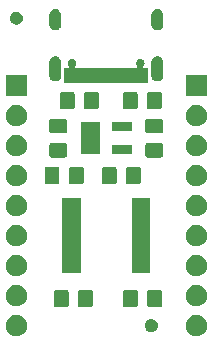
<source format=gbr>
%TF.GenerationSoftware,KiCad,Pcbnew,(5.1.5-0-10_14)*%
%TF.CreationDate,2020-02-16T20:03:40+10:00*%
%TF.ProjectId,turtleboard,74757274-6c65-4626-9f61-72642e6b6963,rev?*%
%TF.SameCoordinates,Original*%
%TF.FileFunction,Soldermask,Top*%
%TF.FilePolarity,Negative*%
%FSLAX46Y46*%
G04 Gerber Fmt 4.6, Leading zero omitted, Abs format (unit mm)*
G04 Created by KiCad (PCBNEW (5.1.5-0-10_14)) date 2020-02-16 20:03:40*
%MOMM*%
%LPD*%
G04 APERTURE LIST*
%ADD10C,0.100000*%
G04 APERTURE END LIST*
D10*
G36*
X210933512Y-121023927D02*
G01*
X211082812Y-121053624D01*
X211246784Y-121121544D01*
X211394354Y-121220147D01*
X211519853Y-121345646D01*
X211618456Y-121493216D01*
X211686376Y-121657188D01*
X211721000Y-121831259D01*
X211721000Y-122008741D01*
X211686376Y-122182812D01*
X211618456Y-122346784D01*
X211519853Y-122494354D01*
X211394354Y-122619853D01*
X211246784Y-122718456D01*
X211082812Y-122786376D01*
X210933512Y-122816073D01*
X210908742Y-122821000D01*
X210731258Y-122821000D01*
X210706488Y-122816073D01*
X210557188Y-122786376D01*
X210393216Y-122718456D01*
X210245646Y-122619853D01*
X210120147Y-122494354D01*
X210021544Y-122346784D01*
X209953624Y-122182812D01*
X209919000Y-122008741D01*
X209919000Y-121831259D01*
X209953624Y-121657188D01*
X210021544Y-121493216D01*
X210120147Y-121345646D01*
X210245646Y-121220147D01*
X210393216Y-121121544D01*
X210557188Y-121053624D01*
X210706488Y-121023927D01*
X210731258Y-121019000D01*
X210908742Y-121019000D01*
X210933512Y-121023927D01*
G37*
G36*
X195693512Y-121023927D02*
G01*
X195842812Y-121053624D01*
X196006784Y-121121544D01*
X196154354Y-121220147D01*
X196279853Y-121345646D01*
X196378456Y-121493216D01*
X196446376Y-121657188D01*
X196481000Y-121831259D01*
X196481000Y-122008741D01*
X196446376Y-122182812D01*
X196378456Y-122346784D01*
X196279853Y-122494354D01*
X196154354Y-122619853D01*
X196006784Y-122718456D01*
X195842812Y-122786376D01*
X195693512Y-122816073D01*
X195668742Y-122821000D01*
X195491258Y-122821000D01*
X195466488Y-122816073D01*
X195317188Y-122786376D01*
X195153216Y-122718456D01*
X195005646Y-122619853D01*
X194880147Y-122494354D01*
X194781544Y-122346784D01*
X194713624Y-122182812D01*
X194679000Y-122008741D01*
X194679000Y-121831259D01*
X194713624Y-121657188D01*
X194781544Y-121493216D01*
X194880147Y-121345646D01*
X195005646Y-121220147D01*
X195153216Y-121121544D01*
X195317188Y-121053624D01*
X195466488Y-121023927D01*
X195491258Y-121019000D01*
X195668742Y-121019000D01*
X195693512Y-121023927D01*
G37*
G36*
X207170721Y-121390174D02*
G01*
X207270995Y-121431709D01*
X207270996Y-121431710D01*
X207361242Y-121492010D01*
X207437990Y-121568758D01*
X207437991Y-121568760D01*
X207498291Y-121659005D01*
X207539826Y-121759279D01*
X207561000Y-121865730D01*
X207561000Y-121974270D01*
X207539826Y-122080721D01*
X207498291Y-122180995D01*
X207497077Y-122182812D01*
X207437990Y-122271242D01*
X207361242Y-122347990D01*
X207315812Y-122378345D01*
X207270995Y-122408291D01*
X207170721Y-122449826D01*
X207064270Y-122471000D01*
X206955730Y-122471000D01*
X206849279Y-122449826D01*
X206749005Y-122408291D01*
X206704188Y-122378345D01*
X206658758Y-122347990D01*
X206582010Y-122271242D01*
X206522923Y-122182812D01*
X206521709Y-122180995D01*
X206480174Y-122080721D01*
X206459000Y-121974270D01*
X206459000Y-121865730D01*
X206480174Y-121759279D01*
X206521709Y-121659005D01*
X206582009Y-121568760D01*
X206582010Y-121568758D01*
X206658758Y-121492010D01*
X206749004Y-121431710D01*
X206749005Y-121431709D01*
X206849279Y-121390174D01*
X206955730Y-121369000D01*
X207064270Y-121369000D01*
X207170721Y-121390174D01*
G37*
G36*
X199844674Y-118887465D02*
G01*
X199882367Y-118898899D01*
X199917103Y-118917466D01*
X199947548Y-118942452D01*
X199972534Y-118972897D01*
X199991101Y-119007633D01*
X200002535Y-119045326D01*
X200007000Y-119090661D01*
X200007000Y-120177339D01*
X200002535Y-120222674D01*
X199991101Y-120260367D01*
X199972534Y-120295103D01*
X199947548Y-120325548D01*
X199917103Y-120350534D01*
X199882367Y-120369101D01*
X199844674Y-120380535D01*
X199799339Y-120385000D01*
X198962661Y-120385000D01*
X198917326Y-120380535D01*
X198879633Y-120369101D01*
X198844897Y-120350534D01*
X198814452Y-120325548D01*
X198789466Y-120295103D01*
X198770899Y-120260367D01*
X198759465Y-120222674D01*
X198755000Y-120177339D01*
X198755000Y-119090661D01*
X198759465Y-119045326D01*
X198770899Y-119007633D01*
X198789466Y-118972897D01*
X198814452Y-118942452D01*
X198844897Y-118917466D01*
X198879633Y-118898899D01*
X198917326Y-118887465D01*
X198962661Y-118883000D01*
X199799339Y-118883000D01*
X199844674Y-118887465D01*
G37*
G36*
X207745674Y-118887465D02*
G01*
X207783367Y-118898899D01*
X207818103Y-118917466D01*
X207848548Y-118942452D01*
X207873534Y-118972897D01*
X207892101Y-119007633D01*
X207903535Y-119045326D01*
X207908000Y-119090661D01*
X207908000Y-120177339D01*
X207903535Y-120222674D01*
X207892101Y-120260367D01*
X207873534Y-120295103D01*
X207848548Y-120325548D01*
X207818103Y-120350534D01*
X207783367Y-120369101D01*
X207745674Y-120380535D01*
X207700339Y-120385000D01*
X206863661Y-120385000D01*
X206818326Y-120380535D01*
X206780633Y-120369101D01*
X206745897Y-120350534D01*
X206715452Y-120325548D01*
X206690466Y-120295103D01*
X206671899Y-120260367D01*
X206660465Y-120222674D01*
X206656000Y-120177339D01*
X206656000Y-119090661D01*
X206660465Y-119045326D01*
X206671899Y-119007633D01*
X206690466Y-118972897D01*
X206715452Y-118942452D01*
X206745897Y-118917466D01*
X206780633Y-118898899D01*
X206818326Y-118887465D01*
X206863661Y-118883000D01*
X207700339Y-118883000D01*
X207745674Y-118887465D01*
G37*
G36*
X205695674Y-118887465D02*
G01*
X205733367Y-118898899D01*
X205768103Y-118917466D01*
X205798548Y-118942452D01*
X205823534Y-118972897D01*
X205842101Y-119007633D01*
X205853535Y-119045326D01*
X205858000Y-119090661D01*
X205858000Y-120177339D01*
X205853535Y-120222674D01*
X205842101Y-120260367D01*
X205823534Y-120295103D01*
X205798548Y-120325548D01*
X205768103Y-120350534D01*
X205733367Y-120369101D01*
X205695674Y-120380535D01*
X205650339Y-120385000D01*
X204813661Y-120385000D01*
X204768326Y-120380535D01*
X204730633Y-120369101D01*
X204695897Y-120350534D01*
X204665452Y-120325548D01*
X204640466Y-120295103D01*
X204621899Y-120260367D01*
X204610465Y-120222674D01*
X204606000Y-120177339D01*
X204606000Y-119090661D01*
X204610465Y-119045326D01*
X204621899Y-119007633D01*
X204640466Y-118972897D01*
X204665452Y-118942452D01*
X204695897Y-118917466D01*
X204730633Y-118898899D01*
X204768326Y-118887465D01*
X204813661Y-118883000D01*
X205650339Y-118883000D01*
X205695674Y-118887465D01*
G37*
G36*
X201894674Y-118887465D02*
G01*
X201932367Y-118898899D01*
X201967103Y-118917466D01*
X201997548Y-118942452D01*
X202022534Y-118972897D01*
X202041101Y-119007633D01*
X202052535Y-119045326D01*
X202057000Y-119090661D01*
X202057000Y-120177339D01*
X202052535Y-120222674D01*
X202041101Y-120260367D01*
X202022534Y-120295103D01*
X201997548Y-120325548D01*
X201967103Y-120350534D01*
X201932367Y-120369101D01*
X201894674Y-120380535D01*
X201849339Y-120385000D01*
X201012661Y-120385000D01*
X200967326Y-120380535D01*
X200929633Y-120369101D01*
X200894897Y-120350534D01*
X200864452Y-120325548D01*
X200839466Y-120295103D01*
X200820899Y-120260367D01*
X200809465Y-120222674D01*
X200805000Y-120177339D01*
X200805000Y-119090661D01*
X200809465Y-119045326D01*
X200820899Y-119007633D01*
X200839466Y-118972897D01*
X200864452Y-118942452D01*
X200894897Y-118917466D01*
X200929633Y-118898899D01*
X200967326Y-118887465D01*
X201012661Y-118883000D01*
X201849339Y-118883000D01*
X201894674Y-118887465D01*
G37*
G36*
X210933512Y-118483927D02*
G01*
X211082812Y-118513624D01*
X211246784Y-118581544D01*
X211394354Y-118680147D01*
X211519853Y-118805646D01*
X211618456Y-118953216D01*
X211686376Y-119117188D01*
X211721000Y-119291259D01*
X211721000Y-119468741D01*
X211686376Y-119642812D01*
X211618456Y-119806784D01*
X211519853Y-119954354D01*
X211394354Y-120079853D01*
X211246784Y-120178456D01*
X211082812Y-120246376D01*
X210933512Y-120276073D01*
X210908742Y-120281000D01*
X210731258Y-120281000D01*
X210706488Y-120276073D01*
X210557188Y-120246376D01*
X210393216Y-120178456D01*
X210245646Y-120079853D01*
X210120147Y-119954354D01*
X210021544Y-119806784D01*
X209953624Y-119642812D01*
X209919000Y-119468741D01*
X209919000Y-119291259D01*
X209953624Y-119117188D01*
X210021544Y-118953216D01*
X210120147Y-118805646D01*
X210245646Y-118680147D01*
X210393216Y-118581544D01*
X210557188Y-118513624D01*
X210706488Y-118483927D01*
X210731258Y-118479000D01*
X210908742Y-118479000D01*
X210933512Y-118483927D01*
G37*
G36*
X195693512Y-118483927D02*
G01*
X195842812Y-118513624D01*
X196006784Y-118581544D01*
X196154354Y-118680147D01*
X196279853Y-118805646D01*
X196378456Y-118953216D01*
X196446376Y-119117188D01*
X196481000Y-119291259D01*
X196481000Y-119468741D01*
X196446376Y-119642812D01*
X196378456Y-119806784D01*
X196279853Y-119954354D01*
X196154354Y-120079853D01*
X196006784Y-120178456D01*
X195842812Y-120246376D01*
X195693512Y-120276073D01*
X195668742Y-120281000D01*
X195491258Y-120281000D01*
X195466488Y-120276073D01*
X195317188Y-120246376D01*
X195153216Y-120178456D01*
X195005646Y-120079853D01*
X194880147Y-119954354D01*
X194781544Y-119806784D01*
X194713624Y-119642812D01*
X194679000Y-119468741D01*
X194679000Y-119291259D01*
X194713624Y-119117188D01*
X194781544Y-118953216D01*
X194880147Y-118805646D01*
X195005646Y-118680147D01*
X195153216Y-118581544D01*
X195317188Y-118513624D01*
X195466488Y-118483927D01*
X195491258Y-118479000D01*
X195668742Y-118479000D01*
X195693512Y-118483927D01*
G37*
G36*
X210933512Y-115943927D02*
G01*
X211082812Y-115973624D01*
X211246784Y-116041544D01*
X211394354Y-116140147D01*
X211519853Y-116265646D01*
X211618456Y-116413216D01*
X211686376Y-116577188D01*
X211721000Y-116751259D01*
X211721000Y-116928741D01*
X211686376Y-117102812D01*
X211618456Y-117266784D01*
X211519853Y-117414354D01*
X211394354Y-117539853D01*
X211246784Y-117638456D01*
X211082812Y-117706376D01*
X210933512Y-117736073D01*
X210908742Y-117741000D01*
X210731258Y-117741000D01*
X210706488Y-117736073D01*
X210557188Y-117706376D01*
X210393216Y-117638456D01*
X210245646Y-117539853D01*
X210120147Y-117414354D01*
X210021544Y-117266784D01*
X209953624Y-117102812D01*
X209919000Y-116928741D01*
X209919000Y-116751259D01*
X209953624Y-116577188D01*
X210021544Y-116413216D01*
X210120147Y-116265646D01*
X210245646Y-116140147D01*
X210393216Y-116041544D01*
X210557188Y-115973624D01*
X210706488Y-115943927D01*
X210731258Y-115939000D01*
X210908742Y-115939000D01*
X210933512Y-115943927D01*
G37*
G36*
X195693512Y-115943927D02*
G01*
X195842812Y-115973624D01*
X196006784Y-116041544D01*
X196154354Y-116140147D01*
X196279853Y-116265646D01*
X196378456Y-116413216D01*
X196446376Y-116577188D01*
X196481000Y-116751259D01*
X196481000Y-116928741D01*
X196446376Y-117102812D01*
X196378456Y-117266784D01*
X196279853Y-117414354D01*
X196154354Y-117539853D01*
X196006784Y-117638456D01*
X195842812Y-117706376D01*
X195693512Y-117736073D01*
X195668742Y-117741000D01*
X195491258Y-117741000D01*
X195466488Y-117736073D01*
X195317188Y-117706376D01*
X195153216Y-117638456D01*
X195005646Y-117539853D01*
X194880147Y-117414354D01*
X194781544Y-117266784D01*
X194713624Y-117102812D01*
X194679000Y-116928741D01*
X194679000Y-116751259D01*
X194713624Y-116577188D01*
X194781544Y-116413216D01*
X194880147Y-116265646D01*
X195005646Y-116140147D01*
X195153216Y-116041544D01*
X195317188Y-115973624D01*
X195466488Y-115943927D01*
X195491258Y-115939000D01*
X195668742Y-115939000D01*
X195693512Y-115943927D01*
G37*
G36*
X206926000Y-117501000D02*
G01*
X205374000Y-117501000D01*
X205374000Y-111099000D01*
X206926000Y-111099000D01*
X206926000Y-117501000D01*
G37*
G36*
X201026000Y-117501000D02*
G01*
X199474000Y-117501000D01*
X199474000Y-111099000D01*
X201026000Y-111099000D01*
X201026000Y-117501000D01*
G37*
G36*
X210933512Y-113403927D02*
G01*
X211082812Y-113433624D01*
X211246784Y-113501544D01*
X211394354Y-113600147D01*
X211519853Y-113725646D01*
X211618456Y-113873216D01*
X211686376Y-114037188D01*
X211721000Y-114211259D01*
X211721000Y-114388741D01*
X211686376Y-114562812D01*
X211618456Y-114726784D01*
X211519853Y-114874354D01*
X211394354Y-114999853D01*
X211246784Y-115098456D01*
X211082812Y-115166376D01*
X210933512Y-115196073D01*
X210908742Y-115201000D01*
X210731258Y-115201000D01*
X210706488Y-115196073D01*
X210557188Y-115166376D01*
X210393216Y-115098456D01*
X210245646Y-114999853D01*
X210120147Y-114874354D01*
X210021544Y-114726784D01*
X209953624Y-114562812D01*
X209919000Y-114388741D01*
X209919000Y-114211259D01*
X209953624Y-114037188D01*
X210021544Y-113873216D01*
X210120147Y-113725646D01*
X210245646Y-113600147D01*
X210393216Y-113501544D01*
X210557188Y-113433624D01*
X210706488Y-113403927D01*
X210731258Y-113399000D01*
X210908742Y-113399000D01*
X210933512Y-113403927D01*
G37*
G36*
X195693512Y-113403927D02*
G01*
X195842812Y-113433624D01*
X196006784Y-113501544D01*
X196154354Y-113600147D01*
X196279853Y-113725646D01*
X196378456Y-113873216D01*
X196446376Y-114037188D01*
X196481000Y-114211259D01*
X196481000Y-114388741D01*
X196446376Y-114562812D01*
X196378456Y-114726784D01*
X196279853Y-114874354D01*
X196154354Y-114999853D01*
X196006784Y-115098456D01*
X195842812Y-115166376D01*
X195693512Y-115196073D01*
X195668742Y-115201000D01*
X195491258Y-115201000D01*
X195466488Y-115196073D01*
X195317188Y-115166376D01*
X195153216Y-115098456D01*
X195005646Y-114999853D01*
X194880147Y-114874354D01*
X194781544Y-114726784D01*
X194713624Y-114562812D01*
X194679000Y-114388741D01*
X194679000Y-114211259D01*
X194713624Y-114037188D01*
X194781544Y-113873216D01*
X194880147Y-113725646D01*
X195005646Y-113600147D01*
X195153216Y-113501544D01*
X195317188Y-113433624D01*
X195466488Y-113403927D01*
X195491258Y-113399000D01*
X195668742Y-113399000D01*
X195693512Y-113403927D01*
G37*
G36*
X195693512Y-110863927D02*
G01*
X195842812Y-110893624D01*
X196006784Y-110961544D01*
X196154354Y-111060147D01*
X196279853Y-111185646D01*
X196378456Y-111333216D01*
X196446376Y-111497188D01*
X196481000Y-111671259D01*
X196481000Y-111848741D01*
X196446376Y-112022812D01*
X196378456Y-112186784D01*
X196279853Y-112334354D01*
X196154354Y-112459853D01*
X196006784Y-112558456D01*
X195842812Y-112626376D01*
X195693512Y-112656073D01*
X195668742Y-112661000D01*
X195491258Y-112661000D01*
X195466488Y-112656073D01*
X195317188Y-112626376D01*
X195153216Y-112558456D01*
X195005646Y-112459853D01*
X194880147Y-112334354D01*
X194781544Y-112186784D01*
X194713624Y-112022812D01*
X194679000Y-111848741D01*
X194679000Y-111671259D01*
X194713624Y-111497188D01*
X194781544Y-111333216D01*
X194880147Y-111185646D01*
X195005646Y-111060147D01*
X195153216Y-110961544D01*
X195317188Y-110893624D01*
X195466488Y-110863927D01*
X195491258Y-110859000D01*
X195668742Y-110859000D01*
X195693512Y-110863927D01*
G37*
G36*
X210933512Y-110863927D02*
G01*
X211082812Y-110893624D01*
X211246784Y-110961544D01*
X211394354Y-111060147D01*
X211519853Y-111185646D01*
X211618456Y-111333216D01*
X211686376Y-111497188D01*
X211721000Y-111671259D01*
X211721000Y-111848741D01*
X211686376Y-112022812D01*
X211618456Y-112186784D01*
X211519853Y-112334354D01*
X211394354Y-112459853D01*
X211246784Y-112558456D01*
X211082812Y-112626376D01*
X210933512Y-112656073D01*
X210908742Y-112661000D01*
X210731258Y-112661000D01*
X210706488Y-112656073D01*
X210557188Y-112626376D01*
X210393216Y-112558456D01*
X210245646Y-112459853D01*
X210120147Y-112334354D01*
X210021544Y-112186784D01*
X209953624Y-112022812D01*
X209919000Y-111848741D01*
X209919000Y-111671259D01*
X209953624Y-111497188D01*
X210021544Y-111333216D01*
X210120147Y-111185646D01*
X210245646Y-111060147D01*
X210393216Y-110961544D01*
X210557188Y-110893624D01*
X210706488Y-110863927D01*
X210731258Y-110859000D01*
X210908742Y-110859000D01*
X210933512Y-110863927D01*
G37*
G36*
X210933512Y-108323927D02*
G01*
X211082812Y-108353624D01*
X211246784Y-108421544D01*
X211394354Y-108520147D01*
X211519853Y-108645646D01*
X211618456Y-108793216D01*
X211686376Y-108957188D01*
X211721000Y-109131259D01*
X211721000Y-109308741D01*
X211686376Y-109482812D01*
X211618456Y-109646784D01*
X211519853Y-109794354D01*
X211394354Y-109919853D01*
X211246784Y-110018456D01*
X211082812Y-110086376D01*
X210933512Y-110116073D01*
X210908742Y-110121000D01*
X210731258Y-110121000D01*
X210706488Y-110116073D01*
X210557188Y-110086376D01*
X210393216Y-110018456D01*
X210245646Y-109919853D01*
X210120147Y-109794354D01*
X210021544Y-109646784D01*
X209953624Y-109482812D01*
X209919000Y-109308741D01*
X209919000Y-109131259D01*
X209953624Y-108957188D01*
X210021544Y-108793216D01*
X210120147Y-108645646D01*
X210245646Y-108520147D01*
X210393216Y-108421544D01*
X210557188Y-108353624D01*
X210706488Y-108323927D01*
X210731258Y-108319000D01*
X210908742Y-108319000D01*
X210933512Y-108323927D01*
G37*
G36*
X195693512Y-108323927D02*
G01*
X195842812Y-108353624D01*
X196006784Y-108421544D01*
X196154354Y-108520147D01*
X196279853Y-108645646D01*
X196378456Y-108793216D01*
X196446376Y-108957188D01*
X196481000Y-109131259D01*
X196481000Y-109308741D01*
X196446376Y-109482812D01*
X196378456Y-109646784D01*
X196279853Y-109794354D01*
X196154354Y-109919853D01*
X196006784Y-110018456D01*
X195842812Y-110086376D01*
X195693512Y-110116073D01*
X195668742Y-110121000D01*
X195491258Y-110121000D01*
X195466488Y-110116073D01*
X195317188Y-110086376D01*
X195153216Y-110018456D01*
X195005646Y-109919853D01*
X194880147Y-109794354D01*
X194781544Y-109646784D01*
X194713624Y-109482812D01*
X194679000Y-109308741D01*
X194679000Y-109131259D01*
X194713624Y-108957188D01*
X194781544Y-108793216D01*
X194880147Y-108645646D01*
X195005646Y-108520147D01*
X195153216Y-108421544D01*
X195317188Y-108353624D01*
X195466488Y-108323927D01*
X195491258Y-108319000D01*
X195668742Y-108319000D01*
X195693512Y-108323927D01*
G37*
G36*
X203908674Y-108473465D02*
G01*
X203946367Y-108484899D01*
X203981103Y-108503466D01*
X204011548Y-108528452D01*
X204036534Y-108558897D01*
X204055101Y-108593633D01*
X204066535Y-108631326D01*
X204071000Y-108676661D01*
X204071000Y-109763339D01*
X204066535Y-109808674D01*
X204055101Y-109846367D01*
X204036534Y-109881103D01*
X204011548Y-109911548D01*
X203981103Y-109936534D01*
X203946367Y-109955101D01*
X203908674Y-109966535D01*
X203863339Y-109971000D01*
X203026661Y-109971000D01*
X202981326Y-109966535D01*
X202943633Y-109955101D01*
X202908897Y-109936534D01*
X202878452Y-109911548D01*
X202853466Y-109881103D01*
X202834899Y-109846367D01*
X202823465Y-109808674D01*
X202819000Y-109763339D01*
X202819000Y-108676661D01*
X202823465Y-108631326D01*
X202834899Y-108593633D01*
X202853466Y-108558897D01*
X202878452Y-108528452D01*
X202908897Y-108503466D01*
X202943633Y-108484899D01*
X202981326Y-108473465D01*
X203026661Y-108469000D01*
X203863339Y-108469000D01*
X203908674Y-108473465D01*
G37*
G36*
X199073674Y-108473465D02*
G01*
X199111367Y-108484899D01*
X199146103Y-108503466D01*
X199176548Y-108528452D01*
X199201534Y-108558897D01*
X199220101Y-108593633D01*
X199231535Y-108631326D01*
X199236000Y-108676661D01*
X199236000Y-109763339D01*
X199231535Y-109808674D01*
X199220101Y-109846367D01*
X199201534Y-109881103D01*
X199176548Y-109911548D01*
X199146103Y-109936534D01*
X199111367Y-109955101D01*
X199073674Y-109966535D01*
X199028339Y-109971000D01*
X198191661Y-109971000D01*
X198146326Y-109966535D01*
X198108633Y-109955101D01*
X198073897Y-109936534D01*
X198043452Y-109911548D01*
X198018466Y-109881103D01*
X197999899Y-109846367D01*
X197988465Y-109808674D01*
X197984000Y-109763339D01*
X197984000Y-108676661D01*
X197988465Y-108631326D01*
X197999899Y-108593633D01*
X198018466Y-108558897D01*
X198043452Y-108528452D01*
X198073897Y-108503466D01*
X198108633Y-108484899D01*
X198146326Y-108473465D01*
X198191661Y-108469000D01*
X199028339Y-108469000D01*
X199073674Y-108473465D01*
G37*
G36*
X201123674Y-108473465D02*
G01*
X201161367Y-108484899D01*
X201196103Y-108503466D01*
X201226548Y-108528452D01*
X201251534Y-108558897D01*
X201270101Y-108593633D01*
X201281535Y-108631326D01*
X201286000Y-108676661D01*
X201286000Y-109763339D01*
X201281535Y-109808674D01*
X201270101Y-109846367D01*
X201251534Y-109881103D01*
X201226548Y-109911548D01*
X201196103Y-109936534D01*
X201161367Y-109955101D01*
X201123674Y-109966535D01*
X201078339Y-109971000D01*
X200241661Y-109971000D01*
X200196326Y-109966535D01*
X200158633Y-109955101D01*
X200123897Y-109936534D01*
X200093452Y-109911548D01*
X200068466Y-109881103D01*
X200049899Y-109846367D01*
X200038465Y-109808674D01*
X200034000Y-109763339D01*
X200034000Y-108676661D01*
X200038465Y-108631326D01*
X200049899Y-108593633D01*
X200068466Y-108558897D01*
X200093452Y-108528452D01*
X200123897Y-108503466D01*
X200158633Y-108484899D01*
X200196326Y-108473465D01*
X200241661Y-108469000D01*
X201078339Y-108469000D01*
X201123674Y-108473465D01*
G37*
G36*
X205958674Y-108473465D02*
G01*
X205996367Y-108484899D01*
X206031103Y-108503466D01*
X206061548Y-108528452D01*
X206086534Y-108558897D01*
X206105101Y-108593633D01*
X206116535Y-108631326D01*
X206121000Y-108676661D01*
X206121000Y-109763339D01*
X206116535Y-109808674D01*
X206105101Y-109846367D01*
X206086534Y-109881103D01*
X206061548Y-109911548D01*
X206031103Y-109936534D01*
X205996367Y-109955101D01*
X205958674Y-109966535D01*
X205913339Y-109971000D01*
X205076661Y-109971000D01*
X205031326Y-109966535D01*
X204993633Y-109955101D01*
X204958897Y-109936534D01*
X204928452Y-109911548D01*
X204903466Y-109881103D01*
X204884899Y-109846367D01*
X204873465Y-109808674D01*
X204869000Y-109763339D01*
X204869000Y-108676661D01*
X204873465Y-108631326D01*
X204884899Y-108593633D01*
X204903466Y-108558897D01*
X204928452Y-108528452D01*
X204958897Y-108503466D01*
X204993633Y-108484899D01*
X205031326Y-108473465D01*
X205076661Y-108469000D01*
X205913339Y-108469000D01*
X205958674Y-108473465D01*
G37*
G36*
X199724674Y-106448465D02*
G01*
X199762367Y-106459899D01*
X199797103Y-106478466D01*
X199827548Y-106503452D01*
X199852534Y-106533897D01*
X199871101Y-106568633D01*
X199882535Y-106606326D01*
X199887000Y-106651661D01*
X199887000Y-107488339D01*
X199882535Y-107533674D01*
X199871101Y-107571367D01*
X199852534Y-107606103D01*
X199827548Y-107636548D01*
X199797103Y-107661534D01*
X199762367Y-107680101D01*
X199724674Y-107691535D01*
X199679339Y-107696000D01*
X198592661Y-107696000D01*
X198547326Y-107691535D01*
X198509633Y-107680101D01*
X198474897Y-107661534D01*
X198444452Y-107636548D01*
X198419466Y-107606103D01*
X198400899Y-107571367D01*
X198389465Y-107533674D01*
X198385000Y-107488339D01*
X198385000Y-106651661D01*
X198389465Y-106606326D01*
X198400899Y-106568633D01*
X198419466Y-106533897D01*
X198444452Y-106503452D01*
X198474897Y-106478466D01*
X198509633Y-106459899D01*
X198547326Y-106448465D01*
X198592661Y-106444000D01*
X199679339Y-106444000D01*
X199724674Y-106448465D01*
G37*
G36*
X207852674Y-106448465D02*
G01*
X207890367Y-106459899D01*
X207925103Y-106478466D01*
X207955548Y-106503452D01*
X207980534Y-106533897D01*
X207999101Y-106568633D01*
X208010535Y-106606326D01*
X208015000Y-106651661D01*
X208015000Y-107488339D01*
X208010535Y-107533674D01*
X207999101Y-107571367D01*
X207980534Y-107606103D01*
X207955548Y-107636548D01*
X207925103Y-107661534D01*
X207890367Y-107680101D01*
X207852674Y-107691535D01*
X207807339Y-107696000D01*
X206720661Y-107696000D01*
X206675326Y-107691535D01*
X206637633Y-107680101D01*
X206602897Y-107661534D01*
X206572452Y-107636548D01*
X206547466Y-107606103D01*
X206528899Y-107571367D01*
X206517465Y-107533674D01*
X206513000Y-107488339D01*
X206513000Y-106651661D01*
X206517465Y-106606326D01*
X206528899Y-106568633D01*
X206547466Y-106533897D01*
X206572452Y-106503452D01*
X206602897Y-106478466D01*
X206637633Y-106459899D01*
X206675326Y-106448465D01*
X206720661Y-106444000D01*
X207807339Y-106444000D01*
X207852674Y-106448465D01*
G37*
G36*
X195693512Y-105783927D02*
G01*
X195842812Y-105813624D01*
X196006784Y-105881544D01*
X196154354Y-105980147D01*
X196279853Y-106105646D01*
X196378456Y-106253216D01*
X196446376Y-106417188D01*
X196481000Y-106591259D01*
X196481000Y-106768741D01*
X196446376Y-106942812D01*
X196378456Y-107106784D01*
X196279853Y-107254354D01*
X196154354Y-107379853D01*
X196006784Y-107478456D01*
X195842812Y-107546376D01*
X195698715Y-107575038D01*
X195668742Y-107581000D01*
X195491258Y-107581000D01*
X195461285Y-107575038D01*
X195317188Y-107546376D01*
X195153216Y-107478456D01*
X195005646Y-107379853D01*
X194880147Y-107254354D01*
X194781544Y-107106784D01*
X194713624Y-106942812D01*
X194679000Y-106768741D01*
X194679000Y-106591259D01*
X194713624Y-106417188D01*
X194781544Y-106253216D01*
X194880147Y-106105646D01*
X195005646Y-105980147D01*
X195153216Y-105881544D01*
X195317188Y-105813624D01*
X195466488Y-105783927D01*
X195491258Y-105779000D01*
X195668742Y-105779000D01*
X195693512Y-105783927D01*
G37*
G36*
X210933512Y-105783927D02*
G01*
X211082812Y-105813624D01*
X211246784Y-105881544D01*
X211394354Y-105980147D01*
X211519853Y-106105646D01*
X211618456Y-106253216D01*
X211686376Y-106417188D01*
X211721000Y-106591259D01*
X211721000Y-106768741D01*
X211686376Y-106942812D01*
X211618456Y-107106784D01*
X211519853Y-107254354D01*
X211394354Y-107379853D01*
X211246784Y-107478456D01*
X211082812Y-107546376D01*
X210938715Y-107575038D01*
X210908742Y-107581000D01*
X210731258Y-107581000D01*
X210701285Y-107575038D01*
X210557188Y-107546376D01*
X210393216Y-107478456D01*
X210245646Y-107379853D01*
X210120147Y-107254354D01*
X210021544Y-107106784D01*
X209953624Y-106942812D01*
X209919000Y-106768741D01*
X209919000Y-106591259D01*
X209953624Y-106417188D01*
X210021544Y-106253216D01*
X210120147Y-106105646D01*
X210245646Y-105980147D01*
X210393216Y-105881544D01*
X210557188Y-105813624D01*
X210706488Y-105783927D01*
X210731258Y-105779000D01*
X210908742Y-105779000D01*
X210933512Y-105783927D01*
G37*
G36*
X205381000Y-107371000D02*
G01*
X203719000Y-107371000D01*
X203719000Y-106619000D01*
X205381000Y-106619000D01*
X205381000Y-107371000D01*
G37*
G36*
X202681000Y-107371000D02*
G01*
X201019000Y-107371000D01*
X201019000Y-104719000D01*
X202681000Y-104719000D01*
X202681000Y-107371000D01*
G37*
G36*
X199724674Y-104398465D02*
G01*
X199762367Y-104409899D01*
X199797103Y-104428466D01*
X199827548Y-104453452D01*
X199852534Y-104483897D01*
X199871101Y-104518633D01*
X199882535Y-104556326D01*
X199887000Y-104601661D01*
X199887000Y-105438339D01*
X199882535Y-105483674D01*
X199871101Y-105521367D01*
X199852534Y-105556103D01*
X199827548Y-105586548D01*
X199797103Y-105611534D01*
X199762367Y-105630101D01*
X199724674Y-105641535D01*
X199679339Y-105646000D01*
X198592661Y-105646000D01*
X198547326Y-105641535D01*
X198509633Y-105630101D01*
X198474897Y-105611534D01*
X198444452Y-105586548D01*
X198419466Y-105556103D01*
X198400899Y-105521367D01*
X198389465Y-105483674D01*
X198385000Y-105438339D01*
X198385000Y-104601661D01*
X198389465Y-104556326D01*
X198400899Y-104518633D01*
X198419466Y-104483897D01*
X198444452Y-104453452D01*
X198474897Y-104428466D01*
X198509633Y-104409899D01*
X198547326Y-104398465D01*
X198592661Y-104394000D01*
X199679339Y-104394000D01*
X199724674Y-104398465D01*
G37*
G36*
X207852674Y-104398465D02*
G01*
X207890367Y-104409899D01*
X207925103Y-104428466D01*
X207955548Y-104453452D01*
X207980534Y-104483897D01*
X207999101Y-104518633D01*
X208010535Y-104556326D01*
X208015000Y-104601661D01*
X208015000Y-105438339D01*
X208010535Y-105483674D01*
X207999101Y-105521367D01*
X207980534Y-105556103D01*
X207955548Y-105586548D01*
X207925103Y-105611534D01*
X207890367Y-105630101D01*
X207852674Y-105641535D01*
X207807339Y-105646000D01*
X206720661Y-105646000D01*
X206675326Y-105641535D01*
X206637633Y-105630101D01*
X206602897Y-105611534D01*
X206572452Y-105586548D01*
X206547466Y-105556103D01*
X206528899Y-105521367D01*
X206517465Y-105483674D01*
X206513000Y-105438339D01*
X206513000Y-104601661D01*
X206517465Y-104556326D01*
X206528899Y-104518633D01*
X206547466Y-104483897D01*
X206572452Y-104453452D01*
X206602897Y-104428466D01*
X206637633Y-104409899D01*
X206675326Y-104398465D01*
X206720661Y-104394000D01*
X207807339Y-104394000D01*
X207852674Y-104398465D01*
G37*
G36*
X205381000Y-105471000D02*
G01*
X203719000Y-105471000D01*
X203719000Y-104719000D01*
X205381000Y-104719000D01*
X205381000Y-105471000D01*
G37*
G36*
X195693512Y-103243927D02*
G01*
X195842812Y-103273624D01*
X196006784Y-103341544D01*
X196154354Y-103440147D01*
X196279853Y-103565646D01*
X196378456Y-103713216D01*
X196446376Y-103877188D01*
X196481000Y-104051259D01*
X196481000Y-104228741D01*
X196446376Y-104402812D01*
X196378456Y-104566784D01*
X196279853Y-104714354D01*
X196154354Y-104839853D01*
X196006784Y-104938456D01*
X195842812Y-105006376D01*
X195693512Y-105036073D01*
X195668742Y-105041000D01*
X195491258Y-105041000D01*
X195466488Y-105036073D01*
X195317188Y-105006376D01*
X195153216Y-104938456D01*
X195005646Y-104839853D01*
X194880147Y-104714354D01*
X194781544Y-104566784D01*
X194713624Y-104402812D01*
X194679000Y-104228741D01*
X194679000Y-104051259D01*
X194713624Y-103877188D01*
X194781544Y-103713216D01*
X194880147Y-103565646D01*
X195005646Y-103440147D01*
X195153216Y-103341544D01*
X195317188Y-103273624D01*
X195466488Y-103243927D01*
X195491258Y-103239000D01*
X195668742Y-103239000D01*
X195693512Y-103243927D01*
G37*
G36*
X210933512Y-103243927D02*
G01*
X211082812Y-103273624D01*
X211246784Y-103341544D01*
X211394354Y-103440147D01*
X211519853Y-103565646D01*
X211618456Y-103713216D01*
X211686376Y-103877188D01*
X211721000Y-104051259D01*
X211721000Y-104228741D01*
X211686376Y-104402812D01*
X211618456Y-104566784D01*
X211519853Y-104714354D01*
X211394354Y-104839853D01*
X211246784Y-104938456D01*
X211082812Y-105006376D01*
X210933512Y-105036073D01*
X210908742Y-105041000D01*
X210731258Y-105041000D01*
X210706488Y-105036073D01*
X210557188Y-105006376D01*
X210393216Y-104938456D01*
X210245646Y-104839853D01*
X210120147Y-104714354D01*
X210021544Y-104566784D01*
X209953624Y-104402812D01*
X209919000Y-104228741D01*
X209919000Y-104051259D01*
X209953624Y-103877188D01*
X210021544Y-103713216D01*
X210120147Y-103565646D01*
X210245646Y-103440147D01*
X210393216Y-103341544D01*
X210557188Y-103273624D01*
X210706488Y-103243927D01*
X210731258Y-103239000D01*
X210908742Y-103239000D01*
X210933512Y-103243927D01*
G37*
G36*
X207736674Y-102123465D02*
G01*
X207774367Y-102134899D01*
X207809103Y-102153466D01*
X207839548Y-102178452D01*
X207864534Y-102208897D01*
X207883101Y-102243633D01*
X207894535Y-102281326D01*
X207899000Y-102326661D01*
X207899000Y-103413339D01*
X207894535Y-103458674D01*
X207883101Y-103496367D01*
X207864534Y-103531103D01*
X207839548Y-103561548D01*
X207809103Y-103586534D01*
X207774367Y-103605101D01*
X207736674Y-103616535D01*
X207691339Y-103621000D01*
X206854661Y-103621000D01*
X206809326Y-103616535D01*
X206771633Y-103605101D01*
X206736897Y-103586534D01*
X206706452Y-103561548D01*
X206681466Y-103531103D01*
X206662899Y-103496367D01*
X206651465Y-103458674D01*
X206647000Y-103413339D01*
X206647000Y-102326661D01*
X206651465Y-102281326D01*
X206662899Y-102243633D01*
X206681466Y-102208897D01*
X206706452Y-102178452D01*
X206736897Y-102153466D01*
X206771633Y-102134899D01*
X206809326Y-102123465D01*
X206854661Y-102119000D01*
X207691339Y-102119000D01*
X207736674Y-102123465D01*
G37*
G36*
X205686674Y-102123465D02*
G01*
X205724367Y-102134899D01*
X205759103Y-102153466D01*
X205789548Y-102178452D01*
X205814534Y-102208897D01*
X205833101Y-102243633D01*
X205844535Y-102281326D01*
X205849000Y-102326661D01*
X205849000Y-103413339D01*
X205844535Y-103458674D01*
X205833101Y-103496367D01*
X205814534Y-103531103D01*
X205789548Y-103561548D01*
X205759103Y-103586534D01*
X205724367Y-103605101D01*
X205686674Y-103616535D01*
X205641339Y-103621000D01*
X204804661Y-103621000D01*
X204759326Y-103616535D01*
X204721633Y-103605101D01*
X204686897Y-103586534D01*
X204656452Y-103561548D01*
X204631466Y-103531103D01*
X204612899Y-103496367D01*
X204601465Y-103458674D01*
X204597000Y-103413339D01*
X204597000Y-102326661D01*
X204601465Y-102281326D01*
X204612899Y-102243633D01*
X204631466Y-102208897D01*
X204656452Y-102178452D01*
X204686897Y-102153466D01*
X204721633Y-102134899D01*
X204759326Y-102123465D01*
X204804661Y-102119000D01*
X205641339Y-102119000D01*
X205686674Y-102123465D01*
G37*
G36*
X202402674Y-102123465D02*
G01*
X202440367Y-102134899D01*
X202475103Y-102153466D01*
X202505548Y-102178452D01*
X202530534Y-102208897D01*
X202549101Y-102243633D01*
X202560535Y-102281326D01*
X202565000Y-102326661D01*
X202565000Y-103413339D01*
X202560535Y-103458674D01*
X202549101Y-103496367D01*
X202530534Y-103531103D01*
X202505548Y-103561548D01*
X202475103Y-103586534D01*
X202440367Y-103605101D01*
X202402674Y-103616535D01*
X202357339Y-103621000D01*
X201520661Y-103621000D01*
X201475326Y-103616535D01*
X201437633Y-103605101D01*
X201402897Y-103586534D01*
X201372452Y-103561548D01*
X201347466Y-103531103D01*
X201328899Y-103496367D01*
X201317465Y-103458674D01*
X201313000Y-103413339D01*
X201313000Y-102326661D01*
X201317465Y-102281326D01*
X201328899Y-102243633D01*
X201347466Y-102208897D01*
X201372452Y-102178452D01*
X201402897Y-102153466D01*
X201437633Y-102134899D01*
X201475326Y-102123465D01*
X201520661Y-102119000D01*
X202357339Y-102119000D01*
X202402674Y-102123465D01*
G37*
G36*
X200352674Y-102123465D02*
G01*
X200390367Y-102134899D01*
X200425103Y-102153466D01*
X200455548Y-102178452D01*
X200480534Y-102208897D01*
X200499101Y-102243633D01*
X200510535Y-102281326D01*
X200515000Y-102326661D01*
X200515000Y-103413339D01*
X200510535Y-103458674D01*
X200499101Y-103496367D01*
X200480534Y-103531103D01*
X200455548Y-103561548D01*
X200425103Y-103586534D01*
X200390367Y-103605101D01*
X200352674Y-103616535D01*
X200307339Y-103621000D01*
X199470661Y-103621000D01*
X199425326Y-103616535D01*
X199387633Y-103605101D01*
X199352897Y-103586534D01*
X199322452Y-103561548D01*
X199297466Y-103531103D01*
X199278899Y-103496367D01*
X199267465Y-103458674D01*
X199263000Y-103413339D01*
X199263000Y-102326661D01*
X199267465Y-102281326D01*
X199278899Y-102243633D01*
X199297466Y-102208897D01*
X199322452Y-102178452D01*
X199352897Y-102153466D01*
X199387633Y-102134899D01*
X199425326Y-102123465D01*
X199470661Y-102119000D01*
X200307339Y-102119000D01*
X200352674Y-102123465D01*
G37*
G36*
X211721000Y-102501000D02*
G01*
X209919000Y-102501000D01*
X209919000Y-100699000D01*
X211721000Y-100699000D01*
X211721000Y-102501000D01*
G37*
G36*
X196481000Y-102501000D02*
G01*
X194679000Y-102501000D01*
X194679000Y-100699000D01*
X196481000Y-100699000D01*
X196481000Y-102501000D01*
G37*
G36*
X200410383Y-99364489D02*
G01*
X200410386Y-99364490D01*
X200410385Y-99364490D01*
X200474258Y-99390946D01*
X200531748Y-99429360D01*
X200580640Y-99478252D01*
X200619054Y-99535742D01*
X200640624Y-99587818D01*
X200645511Y-99599617D01*
X200659000Y-99667430D01*
X200659000Y-99736570D01*
X200645511Y-99804383D01*
X200645510Y-99804385D01*
X200619054Y-99868258D01*
X200574246Y-99935317D01*
X200573230Y-99936555D01*
X200561679Y-99958166D01*
X200554566Y-99981615D01*
X200552164Y-100006001D01*
X200554566Y-100030387D01*
X200561679Y-100053836D01*
X200573230Y-100075447D01*
X200588775Y-100094389D01*
X200607717Y-100109934D01*
X200629328Y-100121485D01*
X200652777Y-100128598D01*
X200677163Y-100131000D01*
X205718837Y-100131000D01*
X205743223Y-100128598D01*
X205766672Y-100121485D01*
X205788283Y-100109934D01*
X205807225Y-100094389D01*
X205822770Y-100075447D01*
X205834321Y-100053836D01*
X205841434Y-100030387D01*
X205843836Y-100006001D01*
X205841434Y-99981615D01*
X205834321Y-99958166D01*
X205822770Y-99936555D01*
X205821754Y-99935317D01*
X205776946Y-99868258D01*
X205750490Y-99804385D01*
X205750489Y-99804383D01*
X205737000Y-99736570D01*
X205737000Y-99667430D01*
X205750489Y-99599617D01*
X205755376Y-99587818D01*
X205776946Y-99535742D01*
X205815360Y-99478252D01*
X205864252Y-99429360D01*
X205921742Y-99390946D01*
X205985615Y-99364490D01*
X205985614Y-99364490D01*
X205985617Y-99364489D01*
X206053430Y-99351000D01*
X206122570Y-99351000D01*
X206190383Y-99364489D01*
X206190386Y-99364490D01*
X206190385Y-99364490D01*
X206254258Y-99390946D01*
X206311748Y-99429360D01*
X206360640Y-99478252D01*
X206399054Y-99535742D01*
X206420624Y-99587818D01*
X206425511Y-99599617D01*
X206439000Y-99667430D01*
X206439000Y-99736570D01*
X206425511Y-99804383D01*
X206425510Y-99804385D01*
X206399054Y-99868258D01*
X206354246Y-99935317D01*
X206353230Y-99936555D01*
X206341679Y-99958166D01*
X206334566Y-99981615D01*
X206332164Y-100006001D01*
X206334566Y-100030387D01*
X206341679Y-100053836D01*
X206353230Y-100075447D01*
X206368775Y-100094389D01*
X206387717Y-100109934D01*
X206409328Y-100121485D01*
X206432777Y-100128598D01*
X206457163Y-100131000D01*
X206749000Y-100131000D01*
X206749000Y-101393000D01*
X199647000Y-101393000D01*
X199647000Y-100131000D01*
X199938837Y-100131000D01*
X199963223Y-100128598D01*
X199986672Y-100121485D01*
X200008283Y-100109934D01*
X200027225Y-100094389D01*
X200042770Y-100075447D01*
X200054321Y-100053836D01*
X200061434Y-100030387D01*
X200063836Y-100006001D01*
X200061434Y-99981615D01*
X200054321Y-99958166D01*
X200042770Y-99936555D01*
X200041754Y-99935317D01*
X199996946Y-99868258D01*
X199970490Y-99804385D01*
X199970489Y-99804383D01*
X199957000Y-99736570D01*
X199957000Y-99667430D01*
X199970489Y-99599617D01*
X199975376Y-99587818D01*
X199996946Y-99535742D01*
X200035360Y-99478252D01*
X200084252Y-99429360D01*
X200141742Y-99390946D01*
X200205615Y-99364490D01*
X200205614Y-99364490D01*
X200205617Y-99364489D01*
X200273430Y-99351000D01*
X200342570Y-99351000D01*
X200410383Y-99364489D01*
G37*
G36*
X198976213Y-99138249D02*
G01*
X199070652Y-99166897D01*
X199157687Y-99213418D01*
X199233975Y-99276025D01*
X199296582Y-99352313D01*
X199343103Y-99439348D01*
X199371751Y-99533787D01*
X199379000Y-99607388D01*
X199379000Y-100756612D01*
X199371751Y-100830213D01*
X199343103Y-100924652D01*
X199296582Y-101011687D01*
X199233975Y-101087975D01*
X199157687Y-101150582D01*
X199070651Y-101197103D01*
X198976212Y-101225751D01*
X198878000Y-101235424D01*
X198779787Y-101225751D01*
X198685348Y-101197103D01*
X198598313Y-101150582D01*
X198522025Y-101087975D01*
X198459418Y-101011687D01*
X198412897Y-100924651D01*
X198384249Y-100830212D01*
X198377000Y-100756611D01*
X198377001Y-99607388D01*
X198384250Y-99533787D01*
X198412898Y-99439348D01*
X198459419Y-99352313D01*
X198522026Y-99276025D01*
X198598314Y-99213418D01*
X198685349Y-99166897D01*
X198779788Y-99138249D01*
X198878000Y-99128576D01*
X198976213Y-99138249D01*
G37*
G36*
X207616213Y-99138249D02*
G01*
X207710652Y-99166897D01*
X207797687Y-99213418D01*
X207873975Y-99276025D01*
X207936582Y-99352313D01*
X207983103Y-99439348D01*
X208011751Y-99533787D01*
X208019000Y-99607388D01*
X208019000Y-100756612D01*
X208011751Y-100830213D01*
X207983103Y-100924652D01*
X207936582Y-101011687D01*
X207873975Y-101087975D01*
X207797687Y-101150582D01*
X207710651Y-101197103D01*
X207616212Y-101225751D01*
X207518000Y-101235424D01*
X207419787Y-101225751D01*
X207325348Y-101197103D01*
X207238313Y-101150582D01*
X207162025Y-101087975D01*
X207099418Y-101011687D01*
X207052897Y-100924651D01*
X207024249Y-100830212D01*
X207017000Y-100756611D01*
X207017001Y-99607388D01*
X207024250Y-99533787D01*
X207052898Y-99439348D01*
X207099419Y-99352313D01*
X207162026Y-99276025D01*
X207238314Y-99213418D01*
X207325349Y-99166897D01*
X207419788Y-99138249D01*
X207518000Y-99128576D01*
X207616213Y-99138249D01*
G37*
G36*
X198976213Y-95118249D02*
G01*
X199070652Y-95146897D01*
X199157687Y-95193418D01*
X199233975Y-95256025D01*
X199296582Y-95332313D01*
X199343103Y-95419348D01*
X199371751Y-95513787D01*
X199379000Y-95587388D01*
X199379000Y-96436612D01*
X199371751Y-96510213D01*
X199343103Y-96604652D01*
X199296582Y-96691687D01*
X199233975Y-96767975D01*
X199157687Y-96830582D01*
X199070651Y-96877103D01*
X198976212Y-96905751D01*
X198878000Y-96915424D01*
X198779787Y-96905751D01*
X198685348Y-96877103D01*
X198598313Y-96830582D01*
X198522025Y-96767975D01*
X198459418Y-96691687D01*
X198412897Y-96604651D01*
X198384249Y-96510212D01*
X198377000Y-96436611D01*
X198377000Y-95587398D01*
X198384250Y-95513786D01*
X198401474Y-95457009D01*
X198412898Y-95419348D01*
X198459419Y-95332313D01*
X198522026Y-95256025D01*
X198598314Y-95193418D01*
X198685349Y-95146897D01*
X198779788Y-95118249D01*
X198878000Y-95108576D01*
X198976213Y-95118249D01*
G37*
G36*
X207616213Y-95118249D02*
G01*
X207710652Y-95146897D01*
X207797687Y-95193418D01*
X207873975Y-95256025D01*
X207936582Y-95332313D01*
X207983103Y-95419348D01*
X208011751Y-95513787D01*
X208019000Y-95587388D01*
X208019000Y-96436612D01*
X208011751Y-96510213D01*
X207983103Y-96604652D01*
X207936582Y-96691687D01*
X207873975Y-96767975D01*
X207797687Y-96830582D01*
X207710651Y-96877103D01*
X207616212Y-96905751D01*
X207518000Y-96915424D01*
X207419787Y-96905751D01*
X207325348Y-96877103D01*
X207238313Y-96830582D01*
X207162025Y-96767975D01*
X207099418Y-96691687D01*
X207052897Y-96604651D01*
X207024249Y-96510212D01*
X207017000Y-96436611D01*
X207017000Y-95587398D01*
X207024250Y-95513786D01*
X207041474Y-95457009D01*
X207052898Y-95419348D01*
X207099419Y-95332313D01*
X207162026Y-95256025D01*
X207238314Y-95193418D01*
X207325349Y-95146897D01*
X207419788Y-95118249D01*
X207518000Y-95108576D01*
X207616213Y-95118249D01*
G37*
G36*
X195740721Y-95355174D02*
G01*
X195840995Y-95396709D01*
X195874884Y-95419353D01*
X195931242Y-95457010D01*
X196007990Y-95533758D01*
X196007991Y-95533760D01*
X196068291Y-95624005D01*
X196109826Y-95724279D01*
X196131000Y-95830730D01*
X196131000Y-95939270D01*
X196109826Y-96045721D01*
X196068291Y-96145995D01*
X196068290Y-96145996D01*
X196007990Y-96236242D01*
X195931242Y-96312990D01*
X195885812Y-96343345D01*
X195840995Y-96373291D01*
X195740721Y-96414826D01*
X195634270Y-96436000D01*
X195525730Y-96436000D01*
X195419279Y-96414826D01*
X195319005Y-96373291D01*
X195274188Y-96343345D01*
X195228758Y-96312990D01*
X195152010Y-96236242D01*
X195091710Y-96145996D01*
X195091709Y-96145995D01*
X195050174Y-96045721D01*
X195029000Y-95939270D01*
X195029000Y-95830730D01*
X195050174Y-95724279D01*
X195091709Y-95624005D01*
X195152009Y-95533760D01*
X195152010Y-95533758D01*
X195228758Y-95457010D01*
X195285116Y-95419353D01*
X195319005Y-95396709D01*
X195419279Y-95355174D01*
X195525730Y-95334000D01*
X195634270Y-95334000D01*
X195740721Y-95355174D01*
G37*
M02*

</source>
